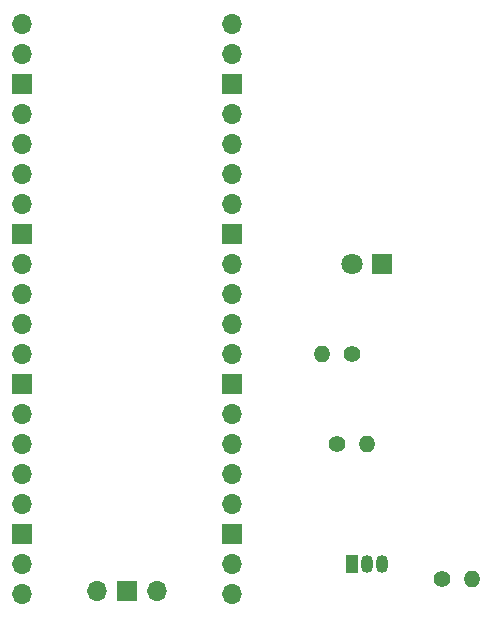
<source format=gbr>
%TF.GenerationSoftware,KiCad,Pcbnew,8.0.0*%
%TF.CreationDate,2024-03-27T17:24:57-03:00*%
%TF.ProjectId,Ponderada_S6,506f6e64-6572-4616-9461-5f53362e6b69,rev?*%
%TF.SameCoordinates,Original*%
%TF.FileFunction,Copper,L2,Bot*%
%TF.FilePolarity,Positive*%
%FSLAX46Y46*%
G04 Gerber Fmt 4.6, Leading zero omitted, Abs format (unit mm)*
G04 Created by KiCad (PCBNEW 8.0.0) date 2024-03-27 17:24:57*
%MOMM*%
%LPD*%
G01*
G04 APERTURE LIST*
%TA.AperFunction,ComponentPad*%
%ADD10R,1.800000X1.800000*%
%TD*%
%TA.AperFunction,ComponentPad*%
%ADD11C,1.800000*%
%TD*%
%TA.AperFunction,ComponentPad*%
%ADD12C,1.400000*%
%TD*%
%TA.AperFunction,ComponentPad*%
%ADD13O,1.400000X1.400000*%
%TD*%
%TA.AperFunction,ComponentPad*%
%ADD14R,1.050000X1.500000*%
%TD*%
%TA.AperFunction,ComponentPad*%
%ADD15O,1.050000X1.500000*%
%TD*%
%TA.AperFunction,ComponentPad*%
%ADD16O,1.700000X1.700000*%
%TD*%
%TA.AperFunction,ComponentPad*%
%ADD17R,1.700000X1.700000*%
%TD*%
G04 APERTURE END LIST*
D10*
%TO.P,D1,1,K*%
%TO.N,Net-(D1-K)*%
X100330000Y-109220000D03*
D11*
%TO.P,D1,2,A*%
%TO.N,VCC*%
X97790000Y-109220000D03*
%TD*%
D12*
%TO.P,R3,1*%
%TO.N,Net-(Q1-C)*%
X105410000Y-135890000D03*
D13*
%TO.P,R3,2*%
%TO.N,VCC*%
X107950000Y-135890000D03*
%TD*%
D12*
%TO.P,R2,1*%
%TO.N,Net-(U1-GPIO20)*%
X96520000Y-124460000D03*
D13*
%TO.P,R2,2*%
%TO.N,Net-(Q1-B)*%
X99060000Y-124460000D03*
%TD*%
D12*
%TO.P,R1,1*%
%TO.N,Net-(D1-K)*%
X97790000Y-116840000D03*
D13*
%TO.P,R1,2*%
%TO.N,GND*%
X95250000Y-116840000D03*
%TD*%
D14*
%TO.P,Q1,1,C*%
%TO.N,Net-(Q1-C)*%
X97790000Y-134620000D03*
D15*
%TO.P,Q1,2,B*%
%TO.N,Net-(Q1-B)*%
X99060000Y-134620000D03*
%TO.P,Q1,3,E*%
%TO.N,Net-(J1-Pin_1)*%
X100330000Y-134620000D03*
%TD*%
D16*
%TO.P,U1,1,GPIO0*%
%TO.N,unconnected-(U1-GPIO0-Pad1)*%
X69850000Y-88900000D03*
%TO.P,U1,2,GPIO1*%
%TO.N,unconnected-(U1-GPIO1-Pad2)*%
X69850000Y-91440000D03*
D17*
%TO.P,U1,3,GND*%
%TO.N,unconnected-(U1-GND-Pad3)*%
X69850000Y-93980000D03*
D16*
%TO.P,U1,4,GPIO2*%
%TO.N,unconnected-(U1-GPIO2-Pad4)*%
X69850000Y-96520000D03*
%TO.P,U1,5,GPIO3*%
%TO.N,unconnected-(U1-GPIO3-Pad5)*%
X69850000Y-99060000D03*
%TO.P,U1,6,GPIO4*%
%TO.N,unconnected-(U1-GPIO4-Pad6)*%
X69850000Y-101600000D03*
%TO.P,U1,7,GPIO5*%
%TO.N,unconnected-(U1-GPIO5-Pad7)*%
X69850000Y-104140000D03*
D17*
%TO.P,U1,8,GND*%
%TO.N,unconnected-(U1-GND-Pad8)*%
X69850000Y-106680000D03*
D16*
%TO.P,U1,9,GPIO6*%
%TO.N,unconnected-(U1-GPIO6-Pad9)*%
X69850000Y-109220000D03*
%TO.P,U1,10,GPIO7*%
%TO.N,unconnected-(U1-GPIO7-Pad10)*%
X69850000Y-111760000D03*
%TO.P,U1,11,GPIO8*%
%TO.N,unconnected-(U1-GPIO8-Pad11)*%
X69850000Y-114300000D03*
%TO.P,U1,12,GPIO9*%
%TO.N,unconnected-(U1-GPIO9-Pad12)*%
X69850000Y-116840000D03*
D17*
%TO.P,U1,13,GND*%
%TO.N,unconnected-(U1-GND-Pad13)*%
X69850000Y-119380000D03*
D16*
%TO.P,U1,14,GPIO10*%
%TO.N,unconnected-(U1-GPIO10-Pad14)*%
X69850000Y-121920000D03*
%TO.P,U1,15,GPIO11*%
%TO.N,unconnected-(U1-GPIO11-Pad15)*%
X69850000Y-124460000D03*
%TO.P,U1,16,GPIO12*%
%TO.N,unconnected-(U1-GPIO12-Pad16)*%
X69850000Y-127000000D03*
%TO.P,U1,17,GPIO13*%
%TO.N,unconnected-(U1-GPIO13-Pad17)*%
X69850000Y-129540000D03*
D17*
%TO.P,U1,18,GND*%
%TO.N,unconnected-(U1-GND-Pad18)*%
X69850000Y-132080000D03*
D16*
%TO.P,U1,19,GPIO14*%
%TO.N,unconnected-(U1-GPIO14-Pad19)*%
X69850000Y-134620000D03*
%TO.P,U1,20,GPIO15*%
%TO.N,unconnected-(U1-GPIO15-Pad20)*%
X69850000Y-137160000D03*
%TO.P,U1,21,GPIO16*%
%TO.N,unconnected-(U1-GPIO16-Pad21)*%
X87630000Y-137160000D03*
%TO.P,U1,22,GPIO17*%
%TO.N,unconnected-(U1-GPIO17-Pad22)*%
X87630000Y-134620000D03*
D17*
%TO.P,U1,23,GND*%
%TO.N,unconnected-(U1-GND-Pad23)*%
X87630000Y-132080000D03*
D16*
%TO.P,U1,24,GPIO18*%
%TO.N,unconnected-(U1-GPIO18-Pad24)*%
X87630000Y-129540000D03*
%TO.P,U1,25,GPIO19*%
%TO.N,unconnected-(U1-GPIO19-Pad25)*%
X87630000Y-127000000D03*
%TO.P,U1,26,GPIO20*%
%TO.N,Net-(U1-GPIO20)*%
X87630000Y-124460000D03*
%TO.P,U1,27,GPIO21*%
%TO.N,unconnected-(U1-GPIO21-Pad27)*%
X87630000Y-121920000D03*
D17*
%TO.P,U1,28,GND*%
%TO.N,GND*%
X87630000Y-119380000D03*
D16*
%TO.P,U1,29,GPIO22*%
%TO.N,unconnected-(U1-GPIO22-Pad29)*%
X87630000Y-116840000D03*
%TO.P,U1,30,RUN*%
%TO.N,unconnected-(U1-RUN-Pad30)*%
X87630000Y-114300000D03*
%TO.P,U1,31,GPIO26_ADC0*%
%TO.N,unconnected-(U1-GPIO26_ADC0-Pad31)*%
X87630000Y-111760000D03*
%TO.P,U1,32,GPIO27_ADC1*%
%TO.N,unconnected-(U1-GPIO27_ADC1-Pad32)*%
X87630000Y-109220000D03*
D17*
%TO.P,U1,33,AGND*%
%TO.N,unconnected-(U1-AGND-Pad33)*%
X87630000Y-106680000D03*
D16*
%TO.P,U1,34,GPIO28_ADC2*%
%TO.N,unconnected-(U1-GPIO28_ADC2-Pad34)*%
X87630000Y-104140000D03*
%TO.P,U1,35,ADC_VREF*%
%TO.N,unconnected-(U1-ADC_VREF-Pad35)*%
X87630000Y-101600000D03*
%TO.P,U1,36,3V3*%
%TO.N,unconnected-(U1-3V3-Pad36)*%
X87630000Y-99060000D03*
%TO.P,U1,37,3V3_EN*%
%TO.N,unconnected-(U1-3V3_EN-Pad37)*%
X87630000Y-96520000D03*
D17*
%TO.P,U1,38,GND*%
%TO.N,unconnected-(U1-GND-Pad38)*%
X87630000Y-93980000D03*
D16*
%TO.P,U1,39,VSYS*%
%TO.N,VCC*%
X87630000Y-91440000D03*
%TO.P,U1,40,VBUS*%
%TO.N,unconnected-(U1-VBUS-Pad40)*%
X87630000Y-88900000D03*
%TO.P,U1,41,SWCLK*%
%TO.N,unconnected-(U1-SWCLK-Pad41)*%
X76200000Y-136930000D03*
D17*
%TO.P,U1,42,GND*%
%TO.N,unconnected-(U1-GND-Pad42)*%
X78740000Y-136930000D03*
D16*
%TO.P,U1,43,SWDIO*%
%TO.N,unconnected-(U1-SWDIO-Pad43)*%
X81280000Y-136930000D03*
%TD*%
M02*

</source>
